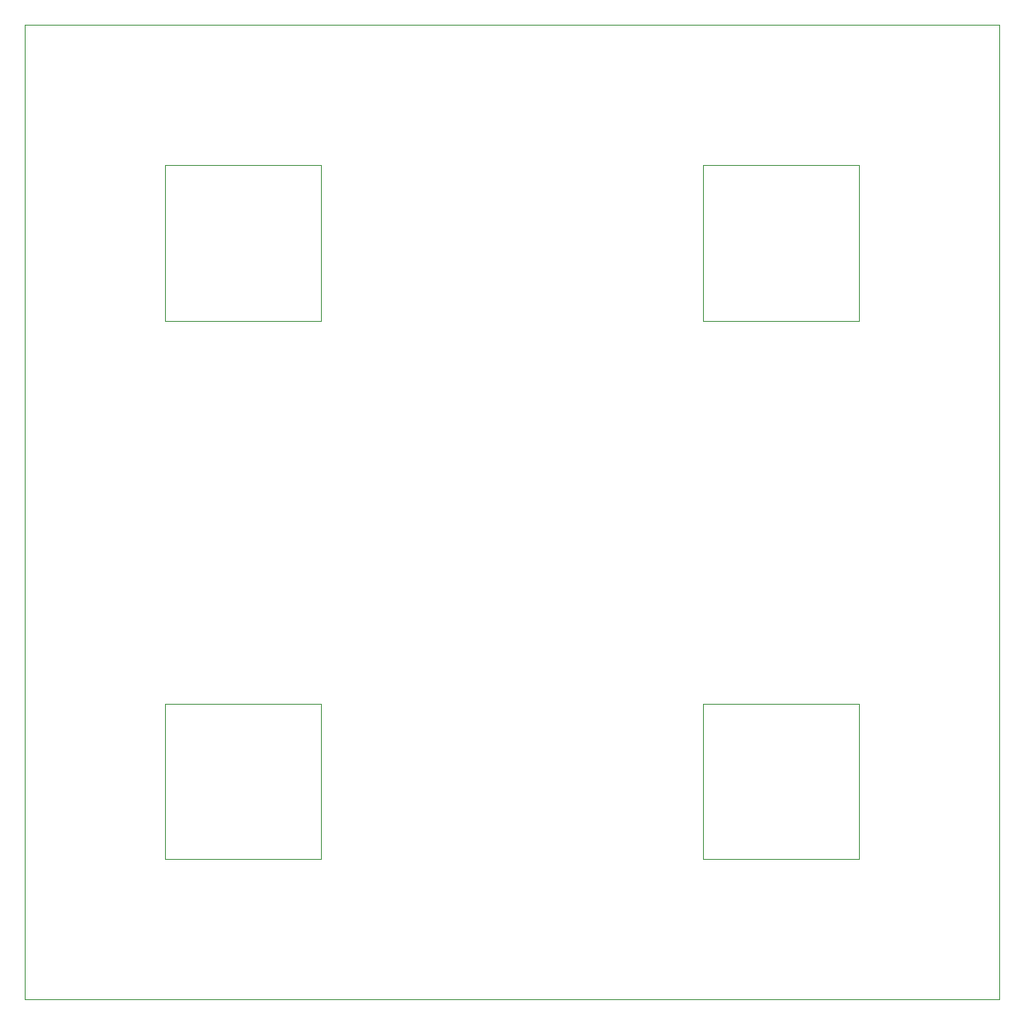
<source format=gbr>
%TF.GenerationSoftware,KiCad,Pcbnew,7.0.5-0*%
%TF.CreationDate,2024-04-09T15:10:57-04:00*%
%TF.ProjectId,quad_sipm,71756164-5f73-4697-906d-2e6b69636164,rev?*%
%TF.SameCoordinates,Original*%
%TF.FileFunction,Profile,NP*%
%FSLAX46Y46*%
G04 Gerber Fmt 4.6, Leading zero omitted, Abs format (unit mm)*
G04 Created by KiCad (PCBNEW 7.0.5-0) date 2024-04-09 15:10:57*
%MOMM*%
%LPD*%
G01*
G04 APERTURE LIST*
%TA.AperFunction,Profile*%
%ADD10C,0.050000*%
%TD*%
G04 APERTURE END LIST*
D10*
X50000000Y-150000000D02*
X50000000Y-50000000D01*
X119635000Y-64390000D02*
X135635000Y-64390000D01*
X135635000Y-80390000D01*
X119635000Y-80390000D01*
X119635000Y-64390000D01*
X64390000Y-64390000D02*
X80390000Y-64390000D01*
X80390000Y-80390000D01*
X64390000Y-80390000D01*
X64390000Y-64390000D01*
X64390000Y-119635000D02*
X80390000Y-119635000D01*
X80390000Y-135635000D01*
X64390000Y-135635000D01*
X64390000Y-119635000D01*
X150000000Y-150000000D02*
X50000000Y-150000000D01*
X50000000Y-50000000D02*
X150000000Y-50000000D01*
X119635000Y-119635000D02*
X135635000Y-119635000D01*
X135635000Y-135635000D01*
X119635000Y-135635000D01*
X119635000Y-119635000D01*
X150000000Y-50000000D02*
X150000000Y-150000000D01*
M02*

</source>
